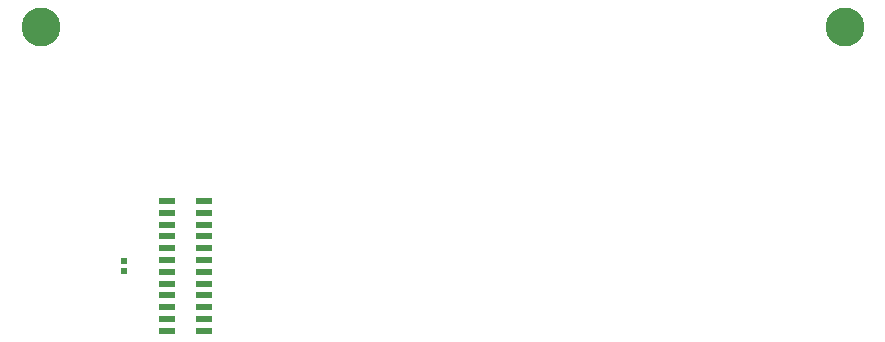
<source format=gtp>
G04 #@! TF.FileFunction,Paste,Top*
%FSLAX46Y46*%
G04 Gerber Fmt 4.6, Leading zero omitted, Abs format (unit mm)*
G04 Created by KiCad (PCBNEW 0.201512291232+6408~40~ubuntu14.04.1-stable) date Mon 28 Mar 2016 01:04:55 BST*
%MOMM*%
G01*
G04 APERTURE LIST*
%ADD10C,0.100000*%
%ADD11C,3.300000*%
%ADD12R,0.620000X0.620000*%
%ADD13R,1.370000X0.500000*%
G04 APERTURE END LIST*
D10*
D11*
X224536000Y-82804000D03*
X156464000Y-82804000D03*
D12*
X163500000Y-103450000D03*
X163500000Y-102550000D03*
D13*
X167140000Y-108500000D03*
X170340000Y-108500000D03*
X167140000Y-107500000D03*
X170340000Y-107500000D03*
X167140000Y-106500000D03*
X170340000Y-106500000D03*
X167140000Y-105500000D03*
X170340000Y-105500000D03*
X167140000Y-104500000D03*
X170340000Y-104500000D03*
X167140000Y-103500000D03*
X170340000Y-103500000D03*
X167140000Y-102500000D03*
X170340000Y-102500000D03*
X167140000Y-101500000D03*
X170340000Y-101500000D03*
X167140000Y-100500000D03*
X170340000Y-100500000D03*
X167140000Y-99500000D03*
X170340000Y-99500000D03*
X167140000Y-98500000D03*
X170340000Y-98500000D03*
X167140000Y-97500000D03*
X170340000Y-97500000D03*
M02*

</source>
